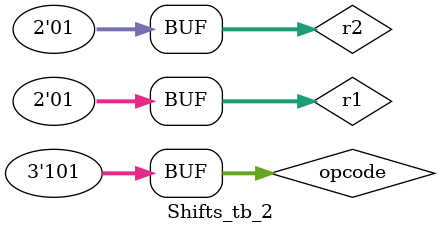
<source format=v>
module Shifts_tb_2();

parameter CMD_SIZE=3;
parameter WORD_SIZE=2;

reg [CMD_SIZE-1:0] opcode;
reg [WORD_SIZE-1:0] r1;
reg [WORD_SIZE-1:0] r2;
wire [WORD_SIZE-1:0] out;
wire OVERFLOW;

reg iscorrect;
reg [WORD_SIZE-1:0] result;
MCPU_Alu #(.CMD_SIZE(CMD_SIZE), .WORD_SIZE(WORD_SIZE)) aluinst (opcode, r1, r2, out, OVERFLOW);

// Testbench code goes here


always 
begin
  #3 r1=3; 
  #3 r1=3; 
  #3 r1=2; 
  #3 r1=1;
end
always 

begin
  #3 r2=3; 
  #3 r2=3; 
  #3 r2=2; 
  #3 r2=1;
end

always @(r1 or r2) 
begin
    case(opcode)
    4: result=r1<<r2; //LSL
    5: result=r1>>r2;  //LSR
    default: begin
             end
    endcase
    #3          
    if(result[0]===out[0] && result[1]===out[1])
    begin
      iscorrect=1;
    end
    if(result[0]!==out[0] || result[1]!==out[1])
    begin
      iscorrect=0;
    end
end    
initial 
begin
  opcode=4; //For LSL
  #200; //Wait for 200 ps and change the operation to LSR
  opcode=5; //For LSR
end  
  


endmodule


</source>
